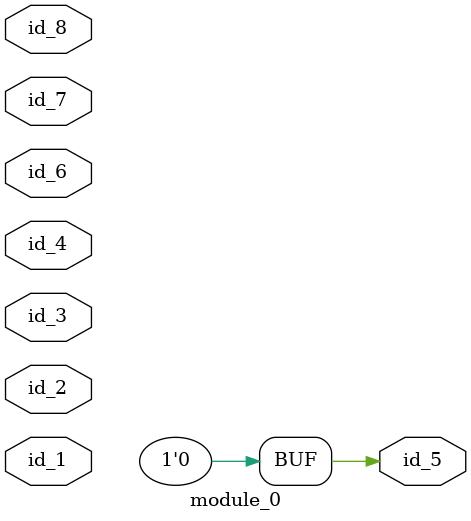
<source format=v>
module module_0 (
    id_1,
    id_2,
    id_3,
    id_4,
    id_5,
    id_6,
    id_7,
    id_8
);
  input id_8;
  input id_7;
  input id_6;
  output id_5;
  input id_4;
  inout id_3;
  input id_2;
  inout id_1;
  always @(id_6) id_5 <= "";
endmodule

</source>
